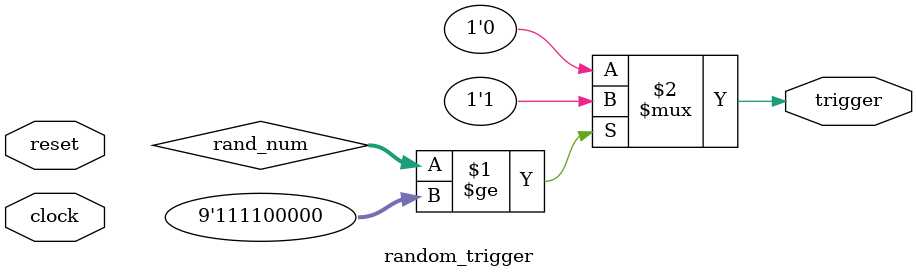
<source format=v>
module random_trigger (
	clock,
	reset,
	trigger
	);
input		clock;
input		reset;
output 		trigger;
reg         reset_0;
reg  [1:0]  state;
wire [8:0]  rand_num;


assign	trigger=(rand_num>=9'd480)?1'b1:1'b0;
always@(posedge clock)begin
	if(reset)begin reset_0<=1'b1;state<=2'b01; end
	else begin
	case(state)
	2'b00:begin reset_0<=1'b1;state<=2'b01;end
	2'b01:reset_0<=1'b0;
	default:state<=2'b00;
	endcase
	end
end
endmodule
</source>
